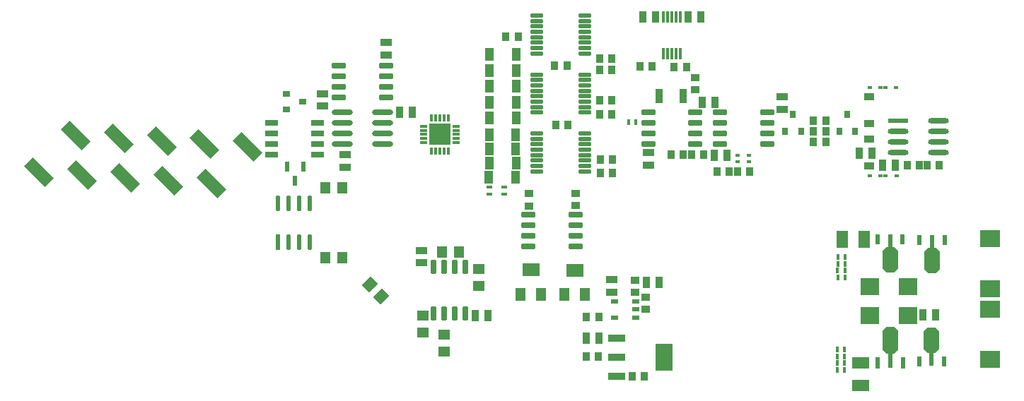
<source format=gbr>
%TF.GenerationSoftware,Altium Limited,Altium Designer,22.2.1 (43)*%
G04 Layer_Color=8421504*
%FSLAX45Y45*%
%MOMM*%
%TF.SameCoordinates,3546A09D-0AB3-465C-A5BE-671B47EBA127*%
%TF.FilePolarity,Positive*%
%TF.FileFunction,Paste,Top*%
%TF.Part,Single*%
G01*
G75*
%TA.AperFunction,SMDPad,CuDef*%
%ADD12R,2.33000X1.99000*%
%ADD13R,0.50000X1.20000*%
%ADD14R,0.50000X1.60000*%
G04:AMPARAMS|DCode=15|XSize=1.8mm|YSize=3mm|CornerRadius=0mm|HoleSize=0mm|Usage=FLASHONLY|Rotation=180.000|XOffset=0mm|YOffset=0mm|HoleType=Round|Shape=Octagon|*
%AMOCTAGOND15*
4,1,8,0.45000,-1.50000,-0.45000,-1.50000,-0.90000,-1.05000,-0.90000,1.05000,-0.45000,1.50000,0.45000,1.50000,0.90000,1.05000,0.90000,-1.05000,0.45000,-1.50000,0.0*
%
%ADD15OCTAGOND15*%

%ADD16R,0.35000X0.65000*%
%ADD17R,2.13000X1.42000*%
%ADD18R,0.60000X1.40000*%
%ADD19R,0.60000X1.80000*%
G04:AMPARAMS|DCode=20|XSize=1.9mm|YSize=3.2mm|CornerRadius=0mm|HoleSize=0mm|Usage=FLASHONLY|Rotation=180.000|XOffset=0mm|YOffset=0mm|HoleType=Round|Shape=Octagon|*
%AMOCTAGOND20*
4,1,8,0.47500,-1.60000,-0.47500,-1.60000,-0.95000,-1.12500,-0.95000,1.12500,-0.47500,1.60000,0.47500,1.60000,0.95000,1.12500,0.95000,-1.12500,0.47500,-1.60000,0.0*
%
%ADD20OCTAGOND20*%

%ADD21R,2.20000X2.15000*%
G04:AMPARAMS|DCode=22|XSize=0.55mm|YSize=0.8mm|CornerRadius=0.0495mm|HoleSize=0mm|Usage=FLASHONLY|Rotation=270.000|XOffset=0mm|YOffset=0mm|HoleType=Round|Shape=RoundedRectangle|*
%AMROUNDEDRECTD22*
21,1,0.55000,0.70100,0,0,270.0*
21,1,0.45100,0.80000,0,0,270.0*
1,1,0.09900,-0.35050,-0.22550*
1,1,0.09900,-0.35050,0.22550*
1,1,0.09900,0.35050,0.22550*
1,1,0.09900,0.35050,-0.22550*
%
%ADD22ROUNDEDRECTD22*%
%ADD23R,0.90000X1.05000*%
%ADD24R,1.05000X0.90000*%
%ADD25R,0.95000X1.35000*%
%ADD26R,2.10000X3.20000*%
%ADD27R,2.10000X0.90000*%
%ADD28R,1.35000X0.95000*%
%ADD29O,2.50000X0.70000*%
%ADD30R,1.20000X1.45000*%
%ADD31R,1.30000X1.60000*%
%ADD32R,2.00000X1.60000*%
G04:AMPARAMS|DCode=33|XSize=0.65mm|YSize=1.65mm|CornerRadius=0.04875mm|HoleSize=0mm|Usage=FLASHONLY|Rotation=90.000|XOffset=0mm|YOffset=0mm|HoleType=Round|Shape=RoundedRectangle|*
%AMROUNDEDRECTD33*
21,1,0.65000,1.55250,0,0,90.0*
21,1,0.55250,1.65000,0,0,90.0*
1,1,0.09750,0.77625,0.27625*
1,1,0.09750,0.77625,-0.27625*
1,1,0.09750,-0.77625,-0.27625*
1,1,0.09750,-0.77625,0.27625*
%
%ADD33ROUNDEDRECTD33*%
G04:AMPARAMS|DCode=34|XSize=1.87407mm|YSize=0.54213mm|CornerRadius=0.27107mm|HoleSize=0mm|Usage=FLASHONLY|Rotation=90.000|XOffset=0mm|YOffset=0mm|HoleType=Round|Shape=RoundedRectangle|*
%AMROUNDEDRECTD34*
21,1,1.87407,0.00000,0,0,90.0*
21,1,1.33193,0.54213,0,0,90.0*
1,1,0.54213,0.00000,0.66597*
1,1,0.54213,0.00000,-0.66597*
1,1,0.54213,0.00000,-0.66597*
1,1,0.54213,0.00000,0.66597*
%
%ADD34ROUNDEDRECTD34*%
%ADD35R,0.54213X1.87407*%
G04:AMPARAMS|DCode=36|XSize=1.45mm|YSize=3.5mm|CornerRadius=0mm|HoleSize=0mm|Usage=FLASHONLY|Rotation=45.000|XOffset=0mm|YOffset=0mm|HoleType=Round|Shape=Rectangle|*
%AMROTATEDRECTD36*
4,1,4,0.72479,-1.75009,-1.75009,0.72479,-0.72479,1.75009,1.75009,-0.72479,0.72479,-1.75009,0.0*
%
%ADD36ROTATEDRECTD36*%

%ADD37R,0.30000X1.40000*%
%ADD38R,1.42000X2.13000*%
%ADD39R,0.65000X0.35000*%
G04:AMPARAMS|DCode=40|XSize=0.65mm|YSize=1.65mm|CornerRadius=0.04875mm|HoleSize=0mm|Usage=FLASHONLY|Rotation=180.000|XOffset=0mm|YOffset=0mm|HoleType=Round|Shape=RoundedRectangle|*
%AMROUNDEDRECTD40*
21,1,0.65000,1.55250,0,0,180.0*
21,1,0.55250,1.65000,0,0,180.0*
1,1,0.09750,-0.27625,0.77625*
1,1,0.09750,0.27625,0.77625*
1,1,0.09750,0.27625,-0.77625*
1,1,0.09750,-0.27625,-0.77625*
%
%ADD40ROUNDEDRECTD40*%
%ADD41R,1.45000X1.20000*%
%ADD42R,0.48000X0.40000*%
%ADD43R,1.22000X0.91000*%
%ADD44R,2.46916X0.62213*%
G04:AMPARAMS|DCode=45|XSize=2.46916mm|YSize=0.62213mm|CornerRadius=0.31107mm|HoleSize=0mm|Usage=FLASHONLY|Rotation=0.000|XOffset=0mm|YOffset=0mm|HoleType=Round|Shape=RoundedRectangle|*
%AMROUNDEDRECTD45*
21,1,2.46916,0.00000,0,0,0.0*
21,1,1.84702,0.62213,0,0,0.0*
1,1,0.62213,0.92351,0.00000*
1,1,0.62213,-0.92351,0.00000*
1,1,0.62213,-0.92351,0.00000*
1,1,0.62213,0.92351,0.00000*
%
%ADD45ROUNDEDRECTD45*%
%ADD46R,0.80000X0.90000*%
G04:AMPARAMS|DCode=47|XSize=1.5mm|YSize=0.45mm|CornerRadius=0.0495mm|HoleSize=0mm|Usage=FLASHONLY|Rotation=180.000|XOffset=0mm|YOffset=0mm|HoleType=Round|Shape=RoundedRectangle|*
%AMROUNDEDRECTD47*
21,1,1.50000,0.35100,0,0,180.0*
21,1,1.40100,0.45000,0,0,180.0*
1,1,0.09900,-0.70050,0.17550*
1,1,0.09900,0.70050,0.17550*
1,1,0.09900,0.70050,-0.17550*
1,1,0.09900,-0.70050,-0.17550*
%
%ADD47ROUNDEDRECTD47*%
%ADD48R,1.00000X1.50000*%
%ADD49R,0.60000X1.30000*%
G04:AMPARAMS|DCode=50|XSize=1.45mm|YSize=1.2mm|CornerRadius=0mm|HoleSize=0mm|Usage=FLASHONLY|Rotation=225.000|XOffset=0mm|YOffset=0mm|HoleType=Round|Shape=Rectangle|*
%AMROTATEDRECTD50*
4,1,4,0.08839,0.93692,0.93692,0.08839,-0.08839,-0.93692,-0.93692,-0.08839,0.08839,0.93692,0.0*
%
%ADD50ROTATEDRECTD50*%

%ADD51R,2.60000X2.60000*%
%ADD52R,0.30000X0.85000*%
%ADD53R,0.85000X0.30000*%
%ADD54R,0.90000X0.80000*%
%ADD55R,1.52500X0.65000*%
%ADD56R,0.95000X1.70000*%
D12*
X14959999Y3672001D02*
D03*
X14960001Y3070000D02*
D03*
X14959999Y3919000D02*
D03*
X14959999Y4521001D02*
D03*
D13*
X14109999Y3050000D02*
D03*
X14410001D02*
D03*
X13611502Y4513491D02*
D03*
X13911502D02*
D03*
X14114790Y4506393D02*
D03*
X14414790Y4506393D02*
D03*
D14*
X14260001Y3070000D02*
D03*
X13761502Y4493490D02*
D03*
X14264790Y4486393D02*
D03*
D15*
X14260001Y3300000D02*
D03*
X13761502Y4263490D02*
D03*
X14264790Y4256393D02*
D03*
D16*
X13212500Y2950000D02*
D03*
X13127499D02*
D03*
X13212500Y3030000D02*
D03*
X13127499D02*
D03*
X13212500Y3110000D02*
D03*
X13127499D02*
D03*
X13212500Y3190000D02*
D03*
X13127499D02*
D03*
X13222501Y4060000D02*
D03*
X13137500D02*
D03*
X13218694Y4138205D02*
D03*
X13133693D02*
D03*
X13222501Y4220000D02*
D03*
X13137500D02*
D03*
X13225168Y4299225D02*
D03*
X13140169D02*
D03*
X10629768Y5917849D02*
D03*
X10714769D02*
D03*
D17*
X13410001Y2760000D02*
D03*
Y3029999D02*
D03*
D18*
X13614030Y3035584D02*
D03*
X13914030Y3035583D02*
D03*
D19*
X13764030Y3055583D02*
D03*
D20*
X13764030Y3305583D02*
D03*
D21*
X13522501Y3600000D02*
D03*
X13977499Y3600000D02*
D03*
Y3950000D02*
D03*
X13522501Y3950000D02*
D03*
D22*
X10461716Y3576619D02*
D03*
Y3766620D02*
D03*
X10716716Y3766619D02*
D03*
Y3671619D02*
D03*
X10716716Y3576619D02*
D03*
D23*
X10272500Y3580000D02*
D03*
X10127500D02*
D03*
X10269912Y3103835D02*
D03*
X10124911D02*
D03*
X10822500Y2870000D02*
D03*
X10677500Y2870000D02*
D03*
X11322432Y6582219D02*
D03*
X11177432D02*
D03*
X10767500Y6590000D02*
D03*
X10912500D02*
D03*
X14111760Y5402260D02*
D03*
X13966760D02*
D03*
X14349361D02*
D03*
X14204359D02*
D03*
X12990460Y5681660D02*
D03*
X12845461D02*
D03*
X12990460Y5935660D02*
D03*
X12845461D02*
D03*
X12990460Y5808660D02*
D03*
X12845461D02*
D03*
X11838460Y5326060D02*
D03*
X11693460D02*
D03*
X12079760D02*
D03*
X11934760D02*
D03*
X11388660Y5529260D02*
D03*
X11533660D02*
D03*
X11139960D02*
D03*
X11284960D02*
D03*
X10435000Y5470000D02*
D03*
X10290000D02*
D03*
X10435000Y5310000D02*
D03*
X10290000D02*
D03*
X10432500Y6180000D02*
D03*
X10287500D02*
D03*
X10433112Y6015913D02*
D03*
X10288113D02*
D03*
X10287500Y6680000D02*
D03*
X10432500D02*
D03*
X9162460Y6938960D02*
D03*
X9307460D02*
D03*
X9891660Y6596060D02*
D03*
X9746660D02*
D03*
X10431616Y6542081D02*
D03*
X10286616D02*
D03*
X9759360Y5884860D02*
D03*
X9904360D02*
D03*
D24*
X10838680Y3817865D02*
D03*
Y3672866D02*
D03*
X10711716Y4021620D02*
D03*
Y3876619D02*
D03*
X9435000Y4914800D02*
D03*
Y5059800D02*
D03*
X9993800Y4918500D02*
D03*
Y5063500D02*
D03*
X11432060Y6307660D02*
D03*
Y6452660D02*
D03*
D25*
X10845000Y4000000D02*
D03*
X10995000Y4000000D02*
D03*
X10122858Y3324338D02*
D03*
X10272858D02*
D03*
X14155000Y3610000D02*
D03*
X14305000D02*
D03*
X8040268Y6038868D02*
D03*
X7890268D02*
D03*
X10955000Y7180000D02*
D03*
X10805000D02*
D03*
X11495000D02*
D03*
X11345000D02*
D03*
X13675000Y5400000D02*
D03*
X13825000D02*
D03*
X8945000Y3600000D02*
D03*
X8795000D02*
D03*
X11665186Y6158475D02*
D03*
X11515186D02*
D03*
X13545000Y5550000D02*
D03*
X13395000D02*
D03*
X11810000Y5520000D02*
D03*
X11660000D02*
D03*
D26*
X11054499Y3100064D02*
D03*
D27*
X10484499Y2870064D02*
D03*
Y3100064D02*
D03*
Y3330064D02*
D03*
D28*
X7726783Y6871347D02*
D03*
Y6721346D02*
D03*
X6970000Y6260000D02*
D03*
Y6110000D02*
D03*
X10431716Y3881619D02*
D03*
X10431716Y4031620D02*
D03*
X12470000Y6070000D02*
D03*
Y6220000D02*
D03*
X7240000Y5530000D02*
D03*
Y5380000D02*
D03*
X8150000Y4230000D02*
D03*
Y4380000D02*
D03*
X10870000Y5555000D02*
D03*
Y5405000D02*
D03*
D29*
X7199260Y6037260D02*
D03*
Y5910260D02*
D03*
Y5783260D02*
D03*
Y5656260D02*
D03*
X7689260Y6037260D02*
D03*
Y5910260D02*
D03*
Y5783260D02*
D03*
Y5656260D02*
D03*
D30*
X7202361Y4294198D02*
D03*
X7002361D02*
D03*
X7200000Y5130000D02*
D03*
X7000000D02*
D03*
X8396760Y4360860D02*
D03*
X8596760D02*
D03*
D31*
X9335400Y3855400D02*
D03*
X9585400D02*
D03*
X9860000Y3850000D02*
D03*
X10110000D02*
D03*
D32*
X9460400Y4145400D02*
D03*
X9985000Y4140000D02*
D03*
D33*
X9996900Y4432200D02*
D03*
Y4559200D02*
D03*
Y4686200D02*
D03*
Y4813200D02*
D03*
X9431900Y4432200D02*
D03*
Y4559200D02*
D03*
Y4686200D02*
D03*
Y4813200D02*
D03*
X7161760Y6596060D02*
D03*
Y6469060D02*
D03*
Y6342060D02*
D03*
Y6215060D02*
D03*
X7726760Y6596060D02*
D03*
Y6469060D02*
D03*
Y6342060D02*
D03*
Y6215060D02*
D03*
X12292500Y5659500D02*
D03*
Y5786500D02*
D03*
Y5913500D02*
D03*
Y6040500D02*
D03*
X11727500Y5659500D02*
D03*
Y5786500D02*
D03*
Y5913500D02*
D03*
Y6040500D02*
D03*
X11432053Y5660351D02*
D03*
Y5787351D02*
D03*
Y5914351D02*
D03*
Y6041351D02*
D03*
X10867053Y5660351D02*
D03*
Y5787351D02*
D03*
Y5914351D02*
D03*
Y6041351D02*
D03*
D34*
X6429500Y4941607D02*
D03*
X6556500D02*
D03*
X6683500D02*
D03*
X6810500D02*
D03*
Y4478393D02*
D03*
X6683500D02*
D03*
X6556500D02*
D03*
D35*
X6429500D02*
D03*
D36*
X4602642Y5250768D02*
D03*
X5041048Y5689174D02*
D03*
X4087466Y5284867D02*
D03*
X4525872Y5723273D02*
D03*
X5117818Y5216668D02*
D03*
X5556224Y5655074D02*
D03*
X5632994Y5182569D02*
D03*
X6071400Y5620975D02*
D03*
X4010697Y5757372D02*
D03*
X3572291Y5318966D02*
D03*
D37*
X11050000Y6740000D02*
D03*
X11100000D02*
D03*
X11150000D02*
D03*
X11200000D02*
D03*
X11250000D02*
D03*
Y7180000D02*
D03*
X11200000D02*
D03*
X11150000D02*
D03*
X11100000D02*
D03*
X11050000D02*
D03*
D38*
X13185709Y4512422D02*
D03*
X13455708Y4512421D02*
D03*
D39*
X9140000Y5142500D02*
D03*
Y5057500D02*
D03*
X8960000D02*
D03*
Y5142500D02*
D03*
D40*
X8674000Y4185000D02*
D03*
X8547000D02*
D03*
X8420000D02*
D03*
X8293000D02*
D03*
X8674000Y3620000D02*
D03*
X8547000D02*
D03*
X8420000D02*
D03*
X8293000D02*
D03*
D41*
X8168160Y3598860D02*
D03*
Y3398860D02*
D03*
X8841260Y4156060D02*
D03*
Y3956060D02*
D03*
X8420000Y3170000D02*
D03*
Y3370000D02*
D03*
D42*
X13709042Y5275379D02*
D03*
X13841043D02*
D03*
X13516049Y5274704D02*
D03*
X13648048D02*
D03*
X13835204Y6330886D02*
D03*
X13703204D02*
D03*
X13647934Y6330872D02*
D03*
X13515935D02*
D03*
X12068217Y5523108D02*
D03*
X11936217D02*
D03*
X11937560Y5440360D02*
D03*
X12069560D02*
D03*
D43*
X13514861Y6226160D02*
D03*
Y5899160D02*
D03*
Y5718160D02*
D03*
Y5391160D02*
D03*
D44*
X13857700Y5935660D02*
D03*
D45*
Y5808660D02*
D03*
Y5681660D02*
D03*
Y5554660D02*
D03*
X14340421D02*
D03*
Y5681660D02*
D03*
Y5808660D02*
D03*
Y5935660D02*
D03*
D46*
X13248160Y6011860D02*
D03*
X13343159Y5811860D02*
D03*
X13153160D02*
D03*
X12600460Y6010260D02*
D03*
X12695459Y5810260D02*
D03*
X12505460D02*
D03*
D47*
X10110303Y6741202D02*
D03*
Y6806202D02*
D03*
Y6871202D02*
D03*
Y6936202D02*
D03*
Y7001202D02*
D03*
Y7066202D02*
D03*
Y7131202D02*
D03*
Y7196202D02*
D03*
X9530303D02*
D03*
Y7131202D02*
D03*
Y7066202D02*
D03*
Y7001202D02*
D03*
Y6936202D02*
D03*
Y6871202D02*
D03*
Y6806202D02*
D03*
Y6741202D02*
D03*
X10110303Y5327269D02*
D03*
Y5392269D02*
D03*
Y5457269D02*
D03*
Y5522269D02*
D03*
Y5587269D02*
D03*
Y5652269D02*
D03*
Y5717269D02*
D03*
Y5782269D02*
D03*
X9530303D02*
D03*
Y5717269D02*
D03*
Y5652269D02*
D03*
Y5587269D02*
D03*
Y5522269D02*
D03*
Y5457269D02*
D03*
Y5392269D02*
D03*
Y5327269D02*
D03*
X10110303Y6034235D02*
D03*
Y6099235D02*
D03*
Y6164235D02*
D03*
Y6229235D02*
D03*
Y6294235D02*
D03*
Y6359235D02*
D03*
Y6424235D02*
D03*
Y6489235D02*
D03*
X9530303D02*
D03*
Y6424235D02*
D03*
Y6359235D02*
D03*
Y6294235D02*
D03*
Y6229235D02*
D03*
Y6164235D02*
D03*
Y6099235D02*
D03*
Y6034235D02*
D03*
D48*
X9277515Y5261438D02*
D03*
X8957515D02*
D03*
X9280613Y5599093D02*
D03*
X8960613D02*
D03*
X9281173Y5764910D02*
D03*
X8961173D02*
D03*
X9281803Y5965402D02*
D03*
X8961803D02*
D03*
X9281803Y6155902D02*
D03*
X8961803D02*
D03*
X9281803Y6346402D02*
D03*
X8961803D02*
D03*
X9281803Y6727402D02*
D03*
X8961803D02*
D03*
X9281803Y6536902D02*
D03*
X8961803D02*
D03*
X9282677Y5430782D02*
D03*
X8962677D02*
D03*
D49*
X6735000Y5385000D02*
D03*
X6545000D02*
D03*
X6640000Y5215000D02*
D03*
D50*
X7670711Y3829289D02*
D03*
X7529289Y3970711D02*
D03*
D51*
X8371360Y5770560D02*
D03*
D52*
X8271360Y5965560D02*
D03*
X8321360D02*
D03*
X8371360D02*
D03*
X8421360D02*
D03*
X8471360D02*
D03*
Y5575560D02*
D03*
X8421360D02*
D03*
X8371360D02*
D03*
X8321360D02*
D03*
X8271360D02*
D03*
D53*
X8566360Y5870560D02*
D03*
Y5820560D02*
D03*
Y5770560D02*
D03*
Y5720560D02*
D03*
Y5670560D02*
D03*
X8176360D02*
D03*
Y5720560D02*
D03*
Y5770560D02*
D03*
Y5820560D02*
D03*
Y5870560D02*
D03*
D54*
X6531460Y6260368D02*
D03*
Y6070368D02*
D03*
X6731460Y6165368D02*
D03*
D55*
X6902660Y5911368D02*
D03*
Y5784368D02*
D03*
Y5657368D02*
D03*
Y5530368D02*
D03*
X6360260D02*
D03*
Y5657368D02*
D03*
Y5784368D02*
D03*
Y5911368D02*
D03*
D56*
X10999960Y6227760D02*
D03*
X11279960D02*
D03*
%TF.MD5,b7c220698e281a2753ae2f384e2f6e1a*%
M02*

</source>
